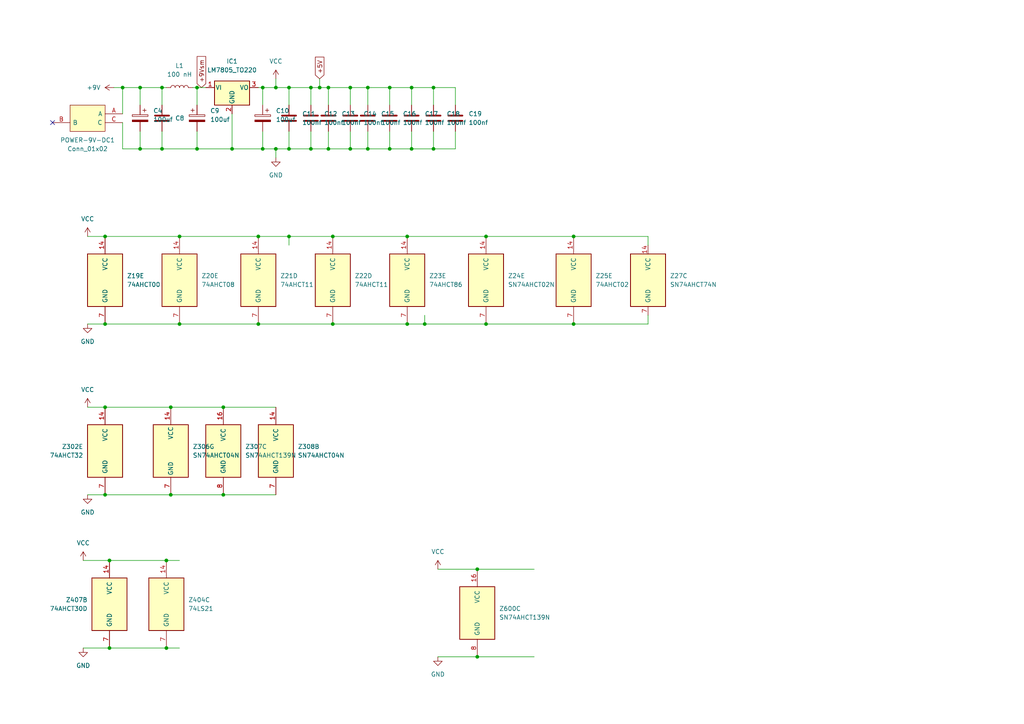
<source format=kicad_sch>
(kicad_sch (version 20211123) (generator eeschema)
  (paper "A4")
  (title_block (title "ACE4NOKB") (date "2019-10-24") (rev "Alpha") (company "Ontobus") (comment 1 "John Bradley") (comment 2 "https://creativecommons.org/licenses/by-nc-sa/4.0/") (comment 3 "Attribution-NonCommercial-ShareAlike 4.0 International License.") (comment 4 "This work is licensed under a Creative Commons "))
  (lib_symbols
    (symbol "74xx-FIX:74LS30" (pin_names (offset 1.016))
      (property "Reference" "U" (at 0 1.27 0))
      (property "Value" "74LS30" (at 0 -1.27 0))
      (symbol "74LS30_1_0"
        (pin no_connect line (at 0 -5.08 0) (length 2.54) hide (name "") (number "10"))
        (pin no_connect line (at -1.27 -6.35 0) (length 2.54) hide (name "") (number "13"))
        (pin no_connect line (at 0 -6.35 0) (length 2.54) hide (name "") (number "9"))
      )
      (symbol "74LS30_1_1"
        (pin input line (at -7.62 7.62 0) (length 3.81) (name "~") (number "1"))
        (pin input line (at -7.62 -7.62 0) (length 3.81) (name "~") (number "11"))
        (pin input line (at -7.62 -10.16 0) (length 3.81) (name "~") (number "12"))
        (pin input line (at -7.62 5.08 0) (length 3.81) (name "~") (number "2"))
        (pin input line (at -7.62 2.54 0) (length 3.81) (name "~") (number "3"))
        (pin input line (at -7.62 0 0) (length 3.81) (name "~") (number "4"))
        (pin input line (at -7.62 -2.54 0) (length 3.81) (name "~") (number "5"))
        (pin input line (at -7.62 -5.08 0) (length 3.81) (name "~") (number "6"))
        (pin output inverted (at 7.62 0 180) (length 3.81) (name "~") (number "8"))
      )
      (symbol "74LS30_1_2"
        (pin input inverted (at -7.62 7.62 0) (length 3.81) (name "~") (number "1"))
        (pin input inverted (at -7.62 -7.62 0) (length 3.81) (name "~") (number "11"))
        (pin input inverted (at -7.62 -10.16 0) (length 3.81) (name "~") (number "12"))
        (pin input inverted (at -7.62 5.08 0) (length 3.81) (name "~") (number "2"))
        (pin input inverted (at -7.62 2.54 0) (length 4.5466) (name "~") (number "3"))
        (pin input inverted (at -7.62 0 0) (length 5.08) (name "~") (number "4"))
        (pin input inverted (at -7.62 -2.54 0) (length 4.5466) (name "~") (number "5"))
        (pin input inverted (at -7.62 -5.08 0) (length 3.81) (name "~") (number "6"))
        (pin output line (at 7.62 0 180) (length 3.81) (name "~") (number "8"))
      )
      (symbol "74LS30_2_0"
        (pin power_in line (at 0 12.7 270) (length 5.08) (name "VCC") (number "14"))
        (pin power_in line (at 0 -12.7 90) (length 5.08) (name "GND") (number "7"))
      )
    )
    (symbol "74xx:74HCT02" (pin_names (offset 1.016))
      (property "Reference" "U" (at 0 1.27 0))
      (property "Value" "74HCT02" (at 0 -1.27 0))
      (symbol "74HCT02_1_1"
        (pin output inverted (at 7.62 0 180) (length 3.81) (name "~") (number "1"))
        (pin input line (at -7.62 2.54 0) (length 4.318) (name "~") (number "2"))
        (pin input line (at -7.62 -2.54 0) (length 4.318) (name "~") (number "3"))
      )
      (symbol "74HCT02_1_2"
        (pin output line (at 7.62 0 180) (length 3.81) (name "~") (number "1"))
        (pin input inverted (at -7.62 2.54 0) (length 3.81) (name "~") (number "2"))
        (pin input inverted (at -7.62 -2.54 0) (length 3.81) (name "~") (number "3"))
      )
      (symbol "74HCT02_2_1"
        (pin output inverted (at 7.62 0 180) (length 3.81) (name "~") (number "4"))
        (pin input line (at -7.62 2.54 0) (length 4.318) (name "~") (number "5"))
        (pin input line (at -7.62 -2.54 0) (length 4.318) (name "~") (number "6"))
      )
      (symbol "74HCT02_2_2"
        (pin output line (at 7.62 0 180) (length 3.81) (name "~") (number "4"))
        (pin input inverted (at -7.62 2.54 0) (length 3.81) (name "~") (number "5"))
        (pin input inverted (at -7.62 -2.54 0) (length 3.81) (name "~") (number "6"))
      )
      (symbol "74HCT02_3_1"
        (pin output inverted (at 7.62 0 180) (length 3.81) (name "~") (number "10"))
        (pin input line (at -7.62 2.54 0) (length 4.318) (name "~") (number "8"))
        (pin input line (at -7.62 -2.54 0) (length 4.318) (name "~") (number "9"))
      )
      (symbol "74HCT02_3_2"
        (pin output line (at 7.62 0 180) (length 3.81) (name "~") (number "10"))
        (pin input inverted (at -7.62 2.54 0) (length 3.81) (name "~") (number "8"))
        (pin input inverted (at -7.62 -2.54 0) (length 3.81) (name "~") (number "9"))
      )
      (symbol "74HCT02_4_1"
        (pin input line (at -7.62 2.54 0) (length 4.318) (name "~") (number "11"))
        (pin input line (at -7.62 -2.54 0) (length 4.318) (name "~") (number "12"))
        (pin output inverted (at 7.62 0 180) (length 3.81) (name "~") (number "13"))
      )
      (symbol "74HCT02_4_2"
        (pin input inverted (at -7.62 2.54 0) (length 3.81) (name "~") (number "11"))
        (pin input inverted (at -7.62 -2.54 0) (length 3.81) (name "~") (number "12"))
        (pin output line (at 7.62 0 180) (length 3.81) (name "~") (number "13"))
      )
      (symbol "74HCT02_5_0"
        (pin power_in line (at 0 12.7 270) (length 5.08) (name "VCC") (number "14"))
        (pin power_in line (at 0 -12.7 90) (length 5.08) (name "GND") (number "7"))
      )
    )
    (symbol "74xx:74LS00" (pin_names (offset 1.016))
      (property "Reference" "U" (at 0 1.27 0))
      (property "Value" "74LS00" (at 0 -1.27 0))
      (symbol "74LS00_1_1"
        (pin input line (at -7.62 2.54 0) (length 3.81) (name "~") (number "1"))
        (pin input line (at -7.62 -2.54 0) (length 3.81) (name "~") (number "2"))
        (pin output inverted (at 7.62 0 180) (length 3.81) (name "~") (number "3"))
      )
      (symbol "74LS00_1_2"
        (pin input inverted (at -7.62 2.54 0) (length 4.318) (name "~") (number "1"))
        (pin input inverted (at -7.62 -2.54 0) (length 4.318) (name "~") (number "2"))
        (pin output line (at 7.62 0 180) (length 3.81) (name "~") (number "3"))
      )
      (symbol "74LS00_2_1"
        (pin input line (at -7.62 2.54 0) (length 3.81) (name "~") (number "4"))
        (pin input line (at -7.62 -2.54 0) (length 3.81) (name "~") (number "5"))
        (pin output inverted (at 7.62 0 180) (length 3.81) (name "~") (number "6"))
      )
      (symbol "74LS00_2_2"
        (pin input inverted (at -7.62 2.54 0) (length 4.318) (name "~") (number "4"))
        (pin input inverted (at -7.62 -2.54 0) (length 4.318) (name "~") (number "5"))
        (pin output line (at 7.62 0 180) (length 3.81) (name "~") (number "6"))
      )
      (symbol "74LS00_3_1"
        (pin input line (at -7.62 -2.54 0) (length 3.81) (name "~") (number "10"))
        (pin output inverted (at 7.62 0 180) (length 3.81) (name "~") (number "8"))
        (pin input line (at -7.62 2.54 0) (length 3.81) (name "~") (number "9"))
      )
      (symbol "74LS00_3_2"
        (pin input inverted (at -7.62 -2.54 0) (length 4.318) (name "~") (number "10"))
        (pin output line (at 7.62 0 180) (length 3.81) (name "~") (number "8"))
        (pin input inverted (at -7.62 2.54 0) (length 4.318) (name "~") (number "9"))
      )
      (symbol "74LS00_4_1"
        (pin output inverted (at 7.62 0 180) (length 3.81) (name "~") (number "11"))
        (pin input line (at -7.62 2.54 0) (length 3.81) (name "~") (number "12"))
        (pin input line (at -7.62 -2.54 0) (length 3.81) (name "~") (number "13"))
      )
      (symbol "74LS00_4_2"
        (pin output line (at 7.62 0 180) (length 3.81) (name "~") (number "11"))
        (pin input inverted (at -7.62 2.54 0) (length 4.318) (name "~") (number "12"))
        (pin input inverted (at -7.62 -2.54 0) (length 4.318) (name "~") (number "13"))
      )
      (symbol "74LS00_5_0"
        (pin power_in line (at 0 12.7 270) (length 5.08) (name "VCC") (number "14"))
        (pin power_in line (at 0 -12.7 90) (length 5.08) (name "GND") (number "7"))
      )
    )
    (symbol "74xx:74LS02" (pin_names (offset 1.016))
      (property "Reference" "U" (at 0 1.27 0))
      (property "Value" "74LS02" (at 0 -1.27 0))
      (symbol "74LS02_1_1"
        (pin output inverted (at 7.62 0 180) (length 3.81) (name "~") (number "1"))
        (pin input line (at -7.62 2.54 0) (length 4.318) (name "~") (number "2"))
        (pin input line (at -7.62 -2.54 0) (length 4.318) (name "~") (number "3"))
      )
      (symbol "74LS02_1_2"
        (pin output line (at 7.62 0 180) (length 3.81) (name "~") (number "1"))
        (pin input inverted (at -7.62 2.54 0) (length 3.81) (name "~") (number "2"))
        (pin input inverted (at -7.62 -2.54 0) (length 3.81) (name "~") (number "3"))
      )
      (symbol "74LS02_2_1"
        (pin output inverted (at 7.62 0 180) (length 3.81) (name "~") (number "4"))
        (pin input line (at -7.62 2.54 0) (length 4.318) (name "~") (number "5"))
        (pin input line (at -7.62 -2.54 0) (length 4.318) (name "~") (number "6"))
      )
      (symbol "74LS02_2_2"
        (pin output line (at 7.62 0 180) (length 3.81) (name "~") (number "4"))
        (pin input inverted (at -7.62 2.54 0) (length 3.81) (name "~") (number "5"))
        (pin input inverted (at -7.62 -2.54 0) (length 3.81) (name "~") (number "6"))
      )
      (symbol "74LS02_3_1"
        (pin output inverted (at 7.62 0 180) (length 3.81) (name "~") (number "10"))
        (pin input line (at -7.62 2.54 0) (length 4.318) (name "~") (number "8"))
        (pin input line (at -7.62 -2.54 0) (length 4.318) (name "~") (number "9"))
      )
      (symbol "74LS02_3_2"
        (pin output line (at 7.62 0 180) (length 3.81) (name "~") (number "10"))
        (pin input inverted (at -7.62 2.54 0) (length 3.81) (name "~") (number "8"))
        (pin input inverted (at -7.62 -2.54 0) (length 3.81) (name "~") (number "9"))
      )
      (symbol "74LS02_4_1"
        (pin input line (at -7.62 2.54 0) (length 4.318) (name "~") (number "11"))
        (pin input line (at -7.62 -2.54 0) (length 4.318) (name "~") (number "12"))
        (pin output inverted (at 7.62 0 180) (length 3.81) (name "~") (number "13"))
      )
      (symbol "74LS02_4_2"
        (pin input inverted (at -7.62 2.54 0) (length 3.81) (name "~") (number "11"))
        (pin input inverted (at -7.62 -2.54 0) (length 3.81) (name "~") (number "12"))
        (pin output line (at 7.62 0 180) (length 3.81) (name "~") (number "13"))
      )
      (symbol "74LS02_5_0"
        (pin power_in line (at 0 12.7 270) (length 5.08) (name "VCC") (number "14"))
        (pin power_in line (at 0 -12.7 90) (length 5.08) (name "GND") (number "7"))
      )
    )
    (symbol "74xx:74LS04"
      (property "Reference" "U" (at 0 1.27 0))
      (property "Value" "74LS04" (at 0 -1.27 0))
      (symbol "74LS04_1_0"
        (pin input line (at -7.62 0 0) (length 3.81) (name "~") (number "1"))
        (pin output inverted (at 7.62 0 180) (length 3.81) (name "~") (number "2"))
      )
      (symbol "74LS04_2_0"
        (pin input line (at -7.62 0 0) (length 3.81) (name "~") (number "3"))
        (pin output inverted (at 7.62 0 180) (length 3.81) (name "~") (number "4"))
      )
      (symbol "74LS04_3_0"
        (pin input line (at -7.62 0 0) (length 3.81) (name "~") (number "5"))
        (pin output inverted (at 7.62 0 180) (length 3.81) (name "~") (number "6"))
      )
      (symbol "74LS04_4_0"
        (pin output inverted (at 7.62 0 180) (length 3.81) (name "~") (number "8"))
        (pin input line (at -7.62 0 0) (length 3.81) (name "~") (number "9"))
      )
      (symbol "74LS04_5_0"
        (pin output inverted (at 7.62 0 180) (length 3.81) (name "~") (number "10"))
        (pin input line (at -7.62 0 0) (length 3.81) (name "~") (number "11"))
      )
      (symbol "74LS04_6_0"
        (pin output inverted (at 7.62 0 180) (length 3.81) (name "~") (number "12"))
        (pin input line (at -7.62 0 0) (length 3.81) (name "~") (number "13"))
      )
      (symbol "74LS04_7_0"
        (pin power_in line (at 0 12.7 270) (length 5.08) (name "VCC") (number "14"))
        (pin power_in line (at 0 -12.7 90) (length 5.08) (name "GND") (number "7"))
      )
    )
    (symbol "74xx:74LS08" (pin_names (offset 1.016))
      (property "Reference" "U" (at 0 1.27 0))
      (property "Value" "74LS08" (at 0 -1.27 0))
      (symbol "74LS08_1_1"
        (pin input line (at -7.62 2.54 0) (length 3.81) (name "~") (number "1"))
        (pin input line (at -7.62 -2.54 0) (length 3.81) (name "~") (number "2"))
        (pin output line (at 7.62 0 180) (length 3.81) (name "~") (number "3"))
      )
      (symbol "74LS08_1_2"
        (pin input inverted (at -7.62 2.54 0) (length 4.318) (name "~") (number "1"))
        (pin input inverted (at -7.62 -2.54 0) (length 4.318) (name "~") (number "2"))
        (pin output inverted (at 7.62 0 180) (length 3.81) (name "~") (number "3"))
      )
      (symbol "74LS08_2_1"
        (pin input line (at -7.62 2.54 0) (length 3.81) (name "~") (number "4"))
        (pin input line (at -7.62 -2.54 0) (length 3.81) (name "~") (number "5"))
        (pin output line (at 7.62 0 180) (length 3.81) (name "~") (number "6"))
      )
      (symbol "74LS08_2_2"
        (pin input inverted (at -7.62 2.54 0) (length 4.318) (name "~") (number "4"))
        (pin input inverted (at -7.62 -2.54 0) (length 4.318) (name "~") (number "5"))
        (pin output inverted (at 7.62 0 180) (length 3.81) (name "~") (number "6"))
      )
      (symbol "74LS08_3_1"
        (pin input line (at -7.62 -2.54 0) (length 3.81) (name "~") (number "10"))
        (pin output line (at 7.62 0 180) (length 3.81) (name "~") (number "8"))
        (pin input line (at -7.62 2.54 0) (length 3.81) (name "~") (number "9"))
      )
      (symbol "74LS08_3_2"
        (pin input inverted (at -7.62 -2.54 0) (length 4.318) (name "~") (number "10"))
        (pin output inverted (at 7.62 0 180) (length 3.81) (name "~") (number "8"))
        (pin input inverted (at -7.62 2.54 0) (length 4.318) (name "~") (number "9"))
      )
      (symbol "74LS08_4_1"
        (pin output line (at 7.62 0 180) (length 3.81) (name "~") (number "11"))
        (pin input line (at -7.62 2.54 0) (length 3.81) (name "~") (number "12"))
        (pin input line (at -7.62 -2.54 0) (length 3.81) (name "~") (number "13"))
      )
      (symbol "74LS08_4_2"
        (pin output inverted (at 7.62 0 180) (length 3.81) (name "~") (number "11"))
        (pin input inverted (at -7.62 2.54 0) (length 4.318) (name "~") (number "12"))
        (pin input inverted (at -7.62 -2.54 0) (length 4.318) (name "~") (number "13"))
      )
      (symbol "74LS08_5_0"
        (pin power_in line (at 0 12.7 270) (length 5.08) (name "VCC") (number "14"))
        (pin power_in line (at 0 -12.7 90) (length 5.08) (name "GND") (number "7"))
      )
    )
    (symbol "74xx:74LS11" (pin_names (offset 1.016))
      (property "Reference" "U" (at 0 1.27 0))
      (property "Value" "74LS11" (at 0 -1.27 0))
      (symbol "74LS11_1_1"
        (pin input line (at -7.62 2.54 0) (length 3.81) (name "~") (number "1"))
        (pin output line (at 7.62 0 180) (length 3.81) (name "~") (number "12"))
        (pin input line (at -7.62 -2.54 0) (length 3.81) (name "~") (number "13"))
        (pin input line (at -7.62 0 0) (length 3.81) (name "~") (number "2"))
      )
      (symbol "74LS11_1_2"
        (pin input inverted (at -7.62 2.54 0) (length 4.318) (name "~") (number "1"))
        (pin output inverted (at 7.62 0 180) (length 3.81) (name "~") (number "12"))
        (pin input inverted (at -7.62 -2.54 0) (length 4.318) (name "~") (number "13"))
        (pin input inverted (at -7.62 0 0) (length 4.953) (name "~") (number "2"))
      )
      (symbol "74LS11_2_1"
        (pin input line (at -7.62 2.54 0) (length 3.81) (name "~") (number "3"))
        (pin input line (at -7.62 0 0) (length 3.81) (name "~") (number "4"))
        (pin input line (at -7.62 -2.54 0) (length 3.81) (name "~") (number "5"))
        (pin output line (at 7.62 0 180) (length 3.81) (name "~") (number "6"))
      )
      (symbol "74LS11_2_2"
        (pin input inverted (at -7.62 2.54 0) (length 4.318) (name "~") (number "3"))
        (pin input inverted (at -7.62 0 0) (length 4.953) (name "~") (number "4"))
        (pin input inverted (at -7.62 -2.54 0) (length 4.318) (name "~") (number "5"))
        (pin output inverted (at 7.62 0 180) (length 3.81) (name "~") (number "6"))
      )
      (symbol "74LS11_3_1"
        (pin input line (at -7.62 0 0) (length 3.81) (name "~") (number "10"))
        (pin input line (at -7.62 -2.54 0) (length 3.81) (name "~") (number "11"))
        (pin output line (at 7.62 0 180) (length 3.81) (name "~") (number "8"))
        (pin input line (at -7.62 2.54 0) (length 3.81) (name "~") (number "9"))
      )
      (symbol "74LS11_3_2"
        (pin input inverted (at -7.62 0 0) (length 4.953) (name "~") (number "10"))
        (pin input inverted (at -7.62 -2.54 0) (length 4.318) (name "~") (number "11"))
        (pin output inverted (at 7.62 0 180) (length 3.81) (name "~") (number "8"))
        (pin input inverted (at -7.62 2.54 0) (length 4.318) (name "~") (number "9"))
      )
      (symbol "74LS11_4_0"
        (pin power_in line (at 0 12.7 270) (length 5.08) (name "VCC") (number "14"))
        (pin power_in line (at 0 -12.7 90) (length 5.08) (name "GND") (number "7"))
      )
    )
    (symbol "74xx:74LS139" (pin_names (offset 1.016))
      (property "Reference" "U" (at -7.62 8.89 0))
      (property "Value" "74LS139" (at -7.62 -8.89 0))
      (symbol "74LS139_1_0"
        (pin input inverted (at -12.7 -5.08 0) (length 5.08) (name "E") (number "1"))
        (pin input line (at -12.7 0 0) (length 5.08) (name "A0") (number "2"))
        (pin input line (at -12.7 2.54 0) (length 5.08) (name "A1") (number "3"))
        (pin output inverted (at 12.7 2.54 180) (length 5.08) (name "O0") (number "4"))
        (pin output inverted (at 12.7 0 180) (length 5.08) (name "O1") (number "5"))
        (pin output inverted (at 12.7 -2.54 180) (length 5.08) (name "O2") (number "6"))
        (pin output inverted (at 12.7 -5.08 180) (length 5.08) (name "O3") (number "7"))
      )
      (symbol "74LS139_2_0"
        (pin output inverted (at 12.7 -2.54 180) (length 5.08) (name "O2") (number "10"))
        (pin output inverted (at 12.7 0 180) (length 5.08) (name "O1") (number "11"))
        (pin output inverted (at 12.7 2.54 180) (length 5.08) (name "O0") (number "12"))
        (pin input line (at -12.7 2.54 0) (length 5.08) (name "A1") (number "13"))
        (pin input line (at -12.7 0 0) (length 5.08) (name "A0") (number "14"))
        (pin input inverted (at -12.7 -5.08 0) (length 5.08) (name "E") (number "15"))
        (pin output inverted (at 12.7 -5.08 180) (length 5.08) (name "O3") (number "9"))
      )
      (symbol "74LS139_3_0"
        (pin power_in line (at 0 12.7 270) (length 5.08) (name "VCC") (number "16"))
        (pin power_in line (at 0 -12.7 90) (length 5.08) (name "GND") (number "8"))
      )
    )
    (symbol "74xx:74LS21" (pin_names (offset 1.016))
      (property "Reference" "U" (at 0 1.27 0))
      (property "Value" "74LS21" (at 0 -1.27 0))
      (symbol "74LS21_1_1"
        (pin input line (at -7.62 3.81 0) (length 3.81) (name "~") (number "1"))
        (pin input line (at -7.62 1.27 0) (length 3.81) (name "~") (number "2"))
        (pin input line (at -7.62 -1.27 0) (length 3.81) (name "~") (number "4"))
        (pin input line (at -7.62 -3.81 0) (length 3.81) (name "~") (number "5"))
        (pin output line (at 7.62 0 180) (length 3.81) (name "~") (number "6"))
      )
      (symbol "74LS21_1_2"
        (pin input inverted (at -7.62 3.81 0) (length 3.81) (name "~") (number "1"))
        (pin input inverted (at -7.62 1.27 0) (length 4.826) (name "~") (number "2"))
        (pin input inverted (at -7.62 -1.27 0) (length 4.826) (name "~") (number "4"))
        (pin input inverted (at -7.62 -3.81 0) (length 3.81) (name "~") (number "5"))
        (pin output inverted (at 7.62 0 180) (length 3.81) (name "~") (number "6"))
      )
      (symbol "74LS21_2_1"
        (pin input line (at -7.62 1.27 0) (length 3.81) (name "~") (number "10"))
        (pin input line (at -7.62 -1.27 0) (length 3.81) (name "~") (number "12"))
        (pin input line (at -7.62 -3.81 0) (length 3.81) (name "~") (number "13"))
        (pin output line (at 7.62 0 180) (length 3.81) (name "~") (number "8"))
        (pin input line (at -7.62 3.81 0) (length 3.81) (name "~") (number "9"))
      )
      (symbol "74LS21_2_2"
        (pin input inverted (at -7.62 1.27 0) (length 4.826) (name "~") (number "10"))
        (pin input inverted (at -7.62 -1.27 0) (length 4.826) (name "~") (number "12"))
        (pin input inverted (at -7.62 -3.81 0) (length 3.81) (name "~") (number "13"))
        (pin output inverted (at 7.62 0 180) (length 3.81) (name "~") (number "8"))
        (pin input inverted (at -7.62 3.81 0) (length 3.81) (name "~") (number "9"))
      )
      (symbol "74LS21_3_0"
        (pin power_in line (at 0 12.7 270) (length 5.08) (name "VCC") (number "14"))
        (pin power_in line (at 0 -12.7 90) (length 5.08) (name "GND") (number "7"))
      )
    )
    (symbol "74xx:74LS32" (pin_names (offset 1.016))
      (property "Reference" "U" (at 0 1.27 0))
      (property "Value" "74LS32" (at 0 -1.27 0))
      (symbol "74LS32_1_1"
        (pin input line (at -7.62 2.54 0) (length 4.318) (name "~") (number "1"))
        (pin input line (at -7.62 -2.54 0) (length 4.318) (name "~") (number "2"))
        (pin output line (at 7.62 0 180) (length 3.81) (name "~") (number "3"))
      )
      (symbol "74LS32_1_2"
        (pin input inverted (at -7.62 2.54 0) (length 3.81) (name "~") (number "1"))
        (pin input inverted (at -7.62 -2.54 0) (length 3.81) (name "~") (number "2"))
        (pin output inverted (at 7.62 0 180) (length 3.81) (name "~") (number "3"))
      )
      (symbol "74LS32_2_1"
        (pin input line (at -7.62 2.54 0) (length 4.318) (name "~") (number "4"))
        (pin input line (at -7.62 -2.54 0) (length 4.318) (name "~") (number "5"))
        (pin output line (at 7.62 0 180) (length 3.81) (name "~") (number "6"))
      )
      (symbol "74LS32_2_2"
        (pin input inverted (at -7.62 2.54 0) (length 3.81) (name "~") (number "4"))
        (pin input inverted (at -7.62 -2.54 0) (length 3.81) (name "~") (number "5"))
        (pin output inverted (at 7.62 0 180) (length 3.81) (name "~") (number "6"))
      )
      (symbol "74LS32_3_1"
        (pin input line (at -7.62 -2.54 0) (length 4.318) (name "~") (number "10"))
        (pin output line (at 7.62 0 180) (length 3.81) (name "~") (number "8"))
        (pin input line (at -7.62 2.54 0) (length 4.318) (name "~") (number "9"))
      )
      (symbol "74LS32_3_2"
        (pin input inverted (at -7.62 -2.54 0) (length 3.81) (name "~") (number "10"))
        (pin output inverted (at 7.62 0 180) (length 3.81) (name "~") (number "8"))
        (pin input inverted (at -7.62 2.54 0) (length 3.81) (name "~") (number "9"))
      )
      (symbol "74LS32_4_1"
        (pin output line (at 7.62 0 180) (length 3.81) (name "~") (number "11"))
        (pin input line (at -7.62 2.54 0) (length 4.318) (name "~") (number "12"))
        (pin input line (at -7.62 -2.54 0) (length 4.318) (name "~") (number "13"))
      )
      (symbol "74LS32_4_2"
        (pin output inverted (at 7.62 0 180) (length 3.81) (name "~") (number "11"))
        (pin input inverted (at -7.62 2.54 0) (length 3.81) (name "~") (number "12"))
        (pin input inverted (at -7.62 -2.54 0) (length 3.81) (name "~") (number "13"))
      )
      (symbol "74LS32_5_0"
        (pin power_in line (at 0 12.7 270) (length 5.08) (name "VCC") (number "14"))
        (pin power_in line (at 0 -12.7 90) (length 5.08) (name "GND") (number "7"))
      )
    )
    (symbol "74xx:74LS74" (pin_names (offset 1.016))
      (property "Reference" "U" (at -7.62 8.89 0))
      (property "Value" "74LS74" (at -7.62 -8.89 0))
      (symbol "74LS74_1_0"
        (pin input line (at 0 -7.62 90) (length 2.54) (name "~{R}") (number "1"))
        (pin input line (at -7.62 2.54 0) (length 2.54) (name "D") (number "2"))
        (pin input clock (at -7.62 0 0) (length 2.54) (name "C") (number "3"))
        (pin input line (at 0 7.62 270) (length 2.54) (name "~{S}") (number "4"))
        (pin output line (at 7.62 2.54 180) (length 2.54) (name "Q") (number "5"))
        (pin output line (at 7.62 -2.54 180) (length 2.54) (name "~{Q}") (number "6"))
      )
      (symbol "74LS74_2_0"
        (pin input line (at 0 7.62 270) (length 2.54) (name "~{S}") (number "10"))
        (pin input clock (at -7.62 0 0) (length 2.54) (name "C") (number "11"))
        (pin input line (at -7.62 2.54 0) (length 2.54) (name "D") (number "12"))
        (pin input line (at 0 -7.62 90) (length 2.54) (name "~{R}") (number "13"))
        (pin output line (at 7.62 -2.54 180) (length 2.54) (name "~{Q}") (number "8"))
        (pin output line (at 7.62 2.54 180) (length 2.54) (name "Q") (number "9"))
      )
      (symbol "74LS74_3_0"
        (pin power_in line (at 0 10.16 270) (length 2.54) (name "VCC") (number "14"))
        (pin power_in line (at 0 -10.16 90) (length 2.54) (name "GND") (number "7"))
      )
    )
    (symbol "74xx:74LS86" (pin_names (offset 1.016))
      (property "Reference" "U" (at 0 1.27 0))
      (property "Value" "74LS86" (at 0 -1.27 0))
      (symbol "74LS86_1_0"
        (pin input line (at -7.62 2.54 0) (length 4.445) (name "~") (number "1"))
        (pin input line (at -7.62 -2.54 0) (length 4.445) (name "~") (number "2"))
        (pin output line (at 7.62 0 180) (length 3.81) (name "~") (number "3"))
      )
      (symbol "74LS86_2_0"
        (pin input line (at -7.62 2.54 0) (length 4.445) (name "~") (number "4"))
        (pin input line (at -7.62 -2.54 0) (length 4.445) (name "~") (number "5"))
        (pin output line (at 7.62 0 180) (length 3.81) (name "~") (number "6"))
      )
      (symbol "74LS86_3_0"
        (pin input line (at -7.62 -2.54 0) (length 4.445) (name "~") (number "10"))
        (pin output line (at 7.62 0 180) (length 3.81) (name "~") (number "8"))
        (pin input line (at -7.62 2.54 0) (length 4.445) (name "~") (number "9"))
      )
      (symbol "74LS86_4_0"
        (pin output line (at 7.62 0 180) (length 3.81) (name "~") (number "11"))
        (pin input line (at -7.62 2.54 0) (length 4.445) (name "~") (number "12"))
        (pin input line (at -7.62 -2.54 0) (length 4.445) (name "~") (number "13"))
      )
      (symbol "74LS86_5_0"
        (pin power_in line (at 0 12.7 270) (length 5.08) (name "VCC") (number "14"))
        (pin power_in line (at 0 -12.7 90) (length 5.08) (name "GND") (number "7"))
      )
    )
    (symbol "Device:C" (pin_numbers hide) (pin_names (offset 0.254))
      (property "Reference" "C" (at 0.635 2.54 0))
      (property "Value" "C" (at 0.635 -2.54 0))
      (symbol "C_1_1"
        (pin passive line (at 0 3.81 270) (length 2.794) (name "~") (number "1"))
        (pin passive line (at 0 -3.81 90) (length 2.794) (name "~") (number "2"))
      )
    )
    (symbol "Device:C_Polarized" (pin_numbers hide) (pin_names (offset 0.254))
      (property "Reference" "C" (at 0.635 2.54 0))
      (property "Value" "C_Polarized" (at 0.635 -2.54 0))
      (symbol "C_Polarized_1_1"
        (pin passive line (at 0 3.81 270) (length 2.794) (name "~") (number "1"))
        (pin passive line (at 0 -3.81 90) (length 2.794) (name "~") (number "2"))
      )
    )
    (symbol "ExtraSymbols:163-179PH-EX" (pin_names (offset 0.762))
      (property "Reference" "J" (at 16.51 7.62 0))
      (property "Value" "163-179PH-EX" (at 16.51 5.08 0))
      (symbol "163-179PH-EX_0_0"
        (pin power_out line (at 20.32 -2.54 180) (length 5.08) (name "A") (number "A"))
        (pin power_out line (at 0 0 0) (length 5.08) (name "B") (number "B"))
        (pin power_out line (at 20.32 0 180) (length 5.08) (name "C") (number "C"))
      )
    )
    (symbol "ExtraSymbols:L(PSU)" (pin_numbers hide) (pin_names (offset 1.016) hide)
      (property "Reference" "L" (at -1.27 0 90))
      (property "Value" "L(PSU)" (at 1.905 0 90))
      (symbol "L(PSU)_1_1"
        (pin power_in line (at 0 3.81 270) (length 1.27) (name "1") (number "1"))
        (pin power_out line (at 0 -3.81 90) (length 1.27) (name "2") (number "2"))
      )
    )
    (symbol "Regulator_Linear:LM7805_TO220" (pin_names (offset 0.254))
      (property "Reference" "U" (at -3.81 3.175 0))
      (property "Value" "LM7805_TO220" (at 0 3.175 0))
      (symbol "LM7805_TO220_1_1"
        (pin power_in line (at -7.62 0 0) (length 2.54) (name "VI") (number "1"))
        (pin power_in line (at 0 -7.62 90) (length 2.54) (name "GND") (number "2"))
        (pin power_out line (at 7.62 0 180) (length 2.54) (name "VO") (number "3"))
      )
    )
    (symbol "power:+9V" (power) (pin_names (offset 0))
      (property "Value" "+9V" (at 0 3.556 0))
      (symbol "+9V_1_1"
        (pin power_in line (at 0 0 90) (length 0) hide (name "+9V") (number "1"))
      )
    )
    (symbol "power:GND" (power) (pin_names (offset 0))
      (property "Value" "GND" (at 0 -3.81 0))
      (symbol "GND_1_1"
        (pin power_in line (at 0 0 270) (length 0) hide (name "GND") (number "1"))
      )
    )
    (symbol "power:VCC" (power) (pin_names (offset 0))
      (property "Value" "VCC" (at 0 3.81 0))
      (symbol "VCC_1_1"
        (pin power_in line (at 0 0 90) (length 0) hide (name "VCC") (number "1"))
      )
    )
  )
  (junction (at 31.75 187.96))
  (junction (at 83.82 43.18))
  (junction (at 106.68 43.18))
  (junction (at 101.6 43.18))
  (junction (at 95.25 43.18))
  (junction (at 140.97 93.98))
  (junction (at 67.31 43.18))
  (junction (at 119.38 43.18))
  (junction (at 80.01 43.18))
  (junction (at 35.56 25.4))
  (junction (at 138.43 165.1))
  (junction (at 46.99 43.18))
  (junction (at 106.68 25.4))
  (junction (at 118.11 93.98))
  (junction (at 40.64 43.18))
  (junction (at 92.71 25.4))
  (junction (at 90.17 43.18))
  (junction (at 46.99 25.4))
  (junction (at 80.01 25.4))
  (junction (at 57.15 43.18))
  (junction (at 64.77 118.11))
  (junction (at 30.48 118.11))
  (junction (at 101.6 25.4))
  (junction (at 31.75 162.56))
  (junction (at 113.03 43.18))
  (junction (at 140.97 68.58))
  (junction (at 30.48 143.51))
  (junction (at 49.53 143.51))
  (junction (at 30.48 68.58))
  (junction (at 138.43 190.5))
  (junction (at 119.38 25.4))
  (junction (at 166.37 68.58))
  (junction (at 76.2 25.4))
  (junction (at 57.15 25.4))
  (junction (at 113.03 25.4))
  (junction (at 96.52 68.58))
  (junction (at 83.82 25.4))
  (junction (at 83.82 68.58))
  (junction (at 52.07 93.98))
  (junction (at 49.53 118.11))
  (junction (at 95.25 25.4))
  (junction (at 90.17 25.4))
  (junction (at 123.19 93.98))
  (junction (at 118.11 68.58))
  (junction (at 30.48 93.98))
  (junction (at 125.73 25.4))
  (junction (at 96.52 93.98))
  (junction (at 40.64 25.4))
  (junction (at 74.93 93.98))
  (junction (at 64.77 143.51))
  (junction (at 48.26 162.56))
  (junction (at 166.37 93.98))
  (junction (at 48.26 187.96))
  (junction (at 52.07 68.58))
  (junction (at 74.93 68.58))
  (junction (at 125.73 43.18))
  (junction (at 76.2 43.18))
  (no_connect (at 15.24 35.56))
  (wire (pts (xy 57.15 43.18) (xy 67.31 43.18)))
  (wire (pts (xy 123.19 91.44) (xy 123.19 93.98)))
  (wire (pts (xy 113.03 25.4) (xy 119.38 25.4)))
  (wire (pts (xy 96.52 93.98) (xy 118.11 93.98)))
  (wire (pts (xy 35.56 35.56) (xy 35.56 43.18)))
  (wire (pts (xy 48.26 25.4) (xy 46.99 25.4)))
  (wire (pts (xy 166.37 93.98) (xy 187.96 93.98)))
  (wire (pts (xy 113.03 43.18) (xy 119.38 43.18)))
  (wire (pts (xy 140.97 93.98) (xy 166.37 93.98)))
  (wire (pts (xy 35.56 43.18) (xy 40.64 43.18)))
  (wire (pts (xy 90.17 25.4) (xy 90.17 30.48)))
  (wire (pts (xy 166.37 68.58) (xy 187.96 68.58)))
  (wire (pts (xy 52.07 68.58) (xy 74.93 68.58)))
  (wire (pts (xy 57.15 30.48) (xy 57.15 25.4)))
  (wire (pts (xy 83.82 43.18) (xy 90.17 43.18)))
  (wire (pts (xy 95.25 38.1) (xy 95.25 43.18)))
  (wire (pts (xy 125.73 43.18) (xy 132.08 43.18)))
  (wire (pts (xy 31.75 187.96) (xy 48.26 187.96)))
  (wire (pts (xy 25.4 68.58) (xy 30.48 68.58)))
  (wire (pts (xy 80.01 43.18) (xy 83.82 43.18)))
  (wire (pts (xy 67.31 43.18) (xy 76.2 43.18)))
  (wire (pts (xy 30.48 68.58) (xy 52.07 68.58)))
  (wire (pts (xy 187.96 68.58) (xy 187.96 71.12)))
  (wire (pts (xy 187.96 91.44) (xy 187.96 93.98)))
  (wire (pts (xy 57.15 38.1) (xy 57.15 43.18)))
  (wire (pts (xy 46.99 38.1) (xy 46.99 43.18)))
  (wire (pts (xy 48.26 162.56) (xy 31.75 162.56)))
  (wire (pts (xy 118.11 68.58) (xy 140.97 68.58)))
  (wire (pts (xy 101.6 38.1) (xy 101.6 43.18)))
  (wire (pts (xy 127 190.5) (xy 138.43 190.5)))
  (wire (pts (xy 90.17 38.1) (xy 90.17 43.18)))
  (wire (pts (xy 46.99 43.18) (xy 40.64 43.18)))
  (wire (pts (xy 52.07 93.98) (xy 74.93 93.98)))
  (wire (pts (xy 52.07 162.56) (xy 48.26 162.56)))
  (wire (pts (xy 49.53 143.51) (xy 64.77 143.51)))
  (wire (pts (xy 92.71 22.86) (xy 92.71 25.4)))
  (wire (pts (xy 74.93 93.98) (xy 96.52 93.98)))
  (wire (pts (xy 80.01 25.4) (xy 83.82 25.4)))
  (wire (pts (xy 48.26 187.96) (xy 52.07 187.96)))
  (wire (pts (xy 31.75 162.56) (xy 24.13 162.56)))
  (wire (pts (xy 83.82 25.4) (xy 83.82 30.48)))
  (wire (pts (xy 90.17 25.4) (xy 92.71 25.4)))
  (wire (pts (xy 106.68 43.18) (xy 113.03 43.18)))
  (wire (pts (xy 24.13 187.96) (xy 31.75 187.96)))
  (wire (pts (xy 132.08 25.4) (xy 132.08 30.48)))
  (wire (pts (xy 46.99 25.4) (xy 46.99 30.48)))
  (wire (pts (xy 83.82 38.1) (xy 83.82 43.18)))
  (wire (pts (xy 25.4 118.11) (xy 30.48 118.11)))
  (wire (pts (xy 96.52 68.58) (xy 118.11 68.58)))
  (wire (pts (xy 106.68 25.4) (xy 106.68 30.48)))
  (wire (pts (xy 30.48 118.11) (xy 49.53 118.11)))
  (wire (pts (xy 33.02 25.4) (xy 35.56 25.4)))
  (wire (pts (xy 57.15 25.4) (xy 59.69 25.4)))
  (wire (pts (xy 95.25 43.18) (xy 101.6 43.18)))
  (wire (pts (xy 67.31 33.02) (xy 67.31 43.18)))
  (wire (pts (xy 95.25 25.4) (xy 101.6 25.4)))
  (wire (pts (xy 119.38 43.18) (xy 125.73 43.18)))
  (wire (pts (xy 125.73 25.4) (xy 132.08 25.4)))
  (wire (pts (xy 113.03 25.4) (xy 113.03 30.48)))
  (wire (pts (xy 80.01 45.72) (xy 80.01 43.18)))
  (wire (pts (xy 127 165.1) (xy 138.43 165.1)))
  (wire (pts (xy 90.17 43.18) (xy 95.25 43.18)))
  (wire (pts (xy 101.6 43.18) (xy 106.68 43.18)))
  (wire (pts (xy 25.4 93.98) (xy 30.48 93.98)))
  (wire (pts (xy 101.6 25.4) (xy 106.68 25.4)))
  (wire (pts (xy 35.56 33.02) (xy 35.56 25.4)))
  (wire (pts (xy 83.82 25.4) (xy 90.17 25.4)))
  (wire (pts (xy 74.93 68.58) (xy 83.82 68.58)))
  (wire (pts (xy 132.08 38.1) (xy 132.08 43.18)))
  (wire (pts (xy 95.25 25.4) (xy 95.25 30.48)))
  (wire (pts (xy 40.64 30.48) (xy 40.64 25.4)))
  (wire (pts (xy 76.2 38.1) (xy 76.2 43.18)))
  (wire (pts (xy 119.38 25.4) (xy 125.73 25.4)))
  (wire (pts (xy 76.2 43.18) (xy 80.01 43.18)))
  (wire (pts (xy 140.97 68.58) (xy 166.37 68.58)))
  (wire (pts (xy 119.38 25.4) (xy 119.38 30.48)))
  (wire (pts (xy 113.03 38.1) (xy 113.03 43.18)))
  (wire (pts (xy 80.01 22.86) (xy 80.01 25.4)))
  (wire (pts (xy 30.48 143.51) (xy 49.53 143.51)))
  (wire (pts (xy 125.73 38.1) (xy 125.73 43.18)))
  (wire (pts (xy 83.82 68.58) (xy 96.52 68.58)))
  (wire (pts (xy 46.99 43.18) (xy 57.15 43.18)))
  (wire (pts (xy 106.68 38.1) (xy 106.68 43.18)))
  (wire (pts (xy 138.43 165.1) (xy 154.94 165.1)))
  (wire (pts (xy 118.11 93.98) (xy 123.19 93.98)))
  (wire (pts (xy 83.82 71.12) (xy 83.82 68.58)))
  (wire (pts (xy 55.88 25.4) (xy 57.15 25.4)))
  (wire (pts (xy 125.73 25.4) (xy 125.73 30.48)))
  (wire (pts (xy 30.48 93.98) (xy 52.07 93.98)))
  (wire (pts (xy 76.2 30.48) (xy 76.2 25.4)))
  (wire (pts (xy 40.64 38.1) (xy 40.64 43.18)))
  (wire (pts (xy 49.53 118.11) (xy 64.77 118.11)))
  (wire (pts (xy 64.77 143.51) (xy 80.01 143.51)))
  (wire (pts (xy 123.19 93.98) (xy 140.97 93.98)))
  (wire (pts (xy 25.4 143.51) (xy 30.48 143.51)))
  (wire (pts (xy 74.93 25.4) (xy 76.2 25.4)))
  (wire (pts (xy 101.6 25.4) (xy 101.6 30.48)))
  (wire (pts (xy 64.77 118.11) (xy 80.01 118.11)))
  (wire (pts (xy 138.43 190.5) (xy 154.94 190.5)))
  (wire (pts (xy 92.71 25.4) (xy 95.25 25.4)))
  (wire (pts (xy 76.2 25.4) (xy 80.01 25.4)))
  (wire (pts (xy 40.64 25.4) (xy 46.99 25.4)))
  (wire (pts (xy 106.68 25.4) (xy 113.03 25.4)))
  (wire (pts (xy 35.56 25.4) (xy 40.64 25.4)))
  (wire (pts (xy 119.38 38.1) (xy 119.38 43.18)))
  (global_label "+5V" (shape input) (at 92.71 22.86 90) (property "Intersheet References" "${INTERSHEET_REFS}" (at 92.6306 16.6653 90) (effects (justify left))))
  (global_label "+9Vsm" (shape input) (at 58.42 25.4 90) (property "Intersheet References" "${INTERSHEET_REFS}" (at 58.3406 16.4839 90) (effects (justify left))))
  (symbol (lib_id "Device:C") (at 95.25 34.29 0) (unit 1)
    (property "Reference" "C13" (at 99.06 33.0199 0) (effects (justify left)))
    (property "Value" "100nf" (at 99.06 35.5599 0) (effects (justify left)))
    (property "Footprint" "Capacitor_THT:C_Disc_D3.0mm_W1.6mm_P2.50mm" (effects hide))
    (property "Description" "Vishay 100nF Multilayer Ceramic Capacitor MLCC 50V dc +~-10% X7R Dielectric Radial, Max. Temp. +125C" (effects hide))
    (property "Height" "3" (effects hide))
    (property "RS Part Number" "8523267" (effects hide))
    (property "RS Price/Stock" "http:/uk.rs-online.com/web/p/products/8523267" (effects hide))
    (property "Manufacturer_Name" "Vishay" (effects hide))
    (property "Manufacturer_Part_Number" "K104K10X7RF53H5" (effects hide))
    (property "Allied_Number" "70122995" (effects hide))
  )
  (symbol (lib_id "Device:C") (at 101.6 34.29 0) (unit 1)
    (property "Reference" "C14" (at 105.41 33.0199 0) (effects (justify left)))
    (property "Value" "100nf" (at 105.41 35.5599 0) (effects (justify left)))
    (property "Footprint" "Capacitor_THT:C_Disc_D3.0mm_W1.6mm_P2.50mm" (effects hide))
    (property "Description" "Vishay 100nF Multilayer Ceramic Capacitor MLCC 50V dc +~-10% X7R Dielectric Radial, Max. Temp. +125C" (effects hide))
    (property "Height" "3" (effects hide))
    (property "RS Part Number" "8523267" (effects hide))
    (property "RS Price/Stock" "http:/uk.rs-online.com/web/p/products/8523267" (effects hide))
    (property "Manufacturer_Name" "Vishay" (effects hide))
    (property "Manufacturer_Part_Number" "K104K10X7RF53H5" (effects hide))
    (property "Allied_Number" "70122995" (effects hide))
  )
  (symbol (lib_id "Device:C") (at 106.68 34.29 0) (unit 1)
    (property "Reference" "C15" (at 110.49 33.0199 0) (effects (justify left)))
    (property "Value" "100nf" (at 110.49 35.5599 0) (effects (justify left)))
    (property "Footprint" "Capacitor_THT:C_Disc_D3.0mm_W1.6mm_P2.50mm" (effects hide))
    (property "Description" "Vishay 100nF Multilayer Ceramic Capacitor MLCC 50V dc +~-10% X7R Dielectric Radial, Max. Temp. +125C" (effects hide))
    (property "Height" "3" (effects hide))
    (property "RS Part Number" "8523267" (effects hide))
    (property "RS Price/Stock" "http:/uk.rs-online.com/web/p/products/8523267" (effects hide))
    (property "Manufacturer_Name" "Vishay" (effects hide))
    (property "Manufacturer_Part_Number" "K104K10X7RF53H5" (effects hide))
    (property "Allied_Number" "70122995" (effects hide))
  )
  (symbol (lib_id "Device:C") (at 113.03 34.29 0) (unit 1)
    (property "Reference" "C16" (at 116.84 33.0199 0) (effects (justify left)))
    (property "Value" "100nf" (at 116.84 35.5599 0) (effects (justify left)))
    (property "Footprint" "Capacitor_THT:C_Disc_D3.0mm_W1.6mm_P2.50mm" (effects hide))
    (property "Description" "Vishay 100nF Multilayer Ceramic Capacitor MLCC 50V dc +~-10% X7R Dielectric Radial, Max. Temp. +125C" (effects hide))
    (property "Height" "3" (effects hide))
    (property "RS Part Number" "8523267" (effects hide))
    (property "RS Price/Stock" "http:/uk.rs-online.com/web/p/products/8523267" (effects hide))
    (property "Manufacturer_Name" "Vishay" (effects hide))
    (property "Manufacturer_Part_Number" "K104K10X7RF53H5" (effects hide))
    (property "Allied_Number" "70122995" (effects hide))
  )
  (symbol (lib_id "Device:C") (at 119.38 34.29 0) (unit 1)
    (property "Reference" "C17" (at 123.19 33.0199 0) (effects (justify left)))
    (property "Value" "100nf" (at 123.19 35.5599 0) (effects (justify left)))
    (property "Footprint" "Capacitor_THT:C_Disc_D3.0mm_W1.6mm_P2.50mm" (effects hide))
    (property "Description" "Vishay 100nF Multilayer Ceramic Capacitor MLCC 50V dc +~-10% X7R Dielectric Radial, Max. Temp. +125C" (effects hide))
    (property "Height" "3" (effects hide))
    (property "RS Part Number" "8523267" (effects hide))
    (property "RS Price/Stock" "http:/uk.rs-online.com/web/p/products/8523267" (effects hide))
    (property "Manufacturer_Name" "Vishay" (effects hide))
    (property "Manufacturer_Part_Number" "K104K10X7RF53H5" (effects hide))
    (property "Allied_Number" "70122995" (effects hide))
  )
  (symbol (lib_id "Device:C") (at 125.73 34.29 0) (unit 1)
    (property "Reference" "C18" (at 129.54 33.0199 0) (effects (justify left)))
    (property "Value" "100nf" (at 129.54 35.5599 0) (effects (justify left)))
    (property "Footprint" "Capacitor_THT:C_Disc_D3.0mm_W1.6mm_P2.50mm" (effects hide))
    (property "Description" "Vishay 100nF Multilayer Ceramic Capacitor MLCC 50V dc +~-10% X7R Dielectric Radial, Max. Temp. +125C" (effects hide))
    (property "Height" "3" (effects hide))
    (property "RS Part Number" "8523267" (effects hide))
    (property "RS Price/Stock" "http:/uk.rs-online.com/web/p/products/8523267" (effects hide))
    (property "Manufacturer_Name" "Vishay" (effects hide))
    (property "Manufacturer_Part_Number" "K104K10X7RF53H5" (effects hide))
    (property "Allied_Number" "70122995" (effects hide))
  )
  (symbol (lib_id "Device:C") (at 90.17 34.29 0) (unit 1)
    (property "Reference" "C12" (at 93.98 33.0199 0) (effects (justify left)))
    (property "Value" "100nf" (at 93.98 35.5599 0) (effects (justify left)))
    (property "Footprint" "Capacitor_THT:C_Disc_D3.0mm_W1.6mm_P2.50mm" (effects hide))
    (property "Description" "Vishay 100nF Multilayer Ceramic Capacitor MLCC 50V dc +~-10% X7R Dielectric Radial, Max. Temp. +125C" (effects hide))
    (property "Height" "3" (effects hide))
    (property "RS Part Number" "8523267" (effects hide))
    (property "RS Price/Stock" "http:/uk.rs-online.com/web/p/products/8523267" (effects hide))
    (property "Manufacturer_Name" "Vishay" (effects hide))
    (property "Manufacturer_Part_Number" "K104K10X7RF53H5" (effects hide))
    (property "Allied_Number" "70122995" (effects hide))
  )
  (symbol (lib_id "Device:C") (at 46.99 34.29 0) (unit 1)
    (property "Reference" "C8" (at 50.8 34.2899 0) (effects (justify left)))
    (property "Value" "100nf" (effects hide))
    (property "Footprint" "Capacitor_THT:C_Disc_D3.0mm_W1.6mm_P2.50mm" (effects hide))
    (property "Description" "Vishay 100nF Multilayer Ceramic Capacitor MLCC 50V dc +~-10% X7R Dielectric Radial, Max. Temp. +125C" (effects hide))
    (property "Height" "3" (effects hide))
    (property "RS Part Number" "8523267" (effects hide))
    (property "RS Price/Stock" "http:/uk.rs-online.com/web/p/products/8523267" (effects hide))
    (property "Manufacturer_Name" "Vishay" (effects hide))
    (property "Manufacturer_Part_Number" "K104K10X7RF53H5" (effects hide))
    (property "Allied_Number" "70122995" (effects hide))
  )
  (symbol (lib_id "ExtraSymbols:L(PSU)") (at 52.07 25.4 90) (unit 1)
    (property "Reference" "L1" (at 52.07 19.05 90))
    (property "Value" "100 nH" (at 52.07 21.59 90))
    (property "Footprint" "ExtraFootprints:KEMET_SBT_0260T" (effects hide))
  )
  (symbol (lib_id "Device:C_Polarized") (at 40.64 34.29 0) (mirror y) (unit 1)
    (property "Reference" "C4" (at 44.45 32.1309 0) (effects (justify right)))
    (property "Value" "100uf" (at 44.45 34.6709 0) (effects (justify right)))
    (property "Footprint" "Capacitor_THT:CP_Radial_D5.0mm_P2.00mm" (effects hide))
  )
  (symbol (lib_id "Device:C_Polarized") (at 76.2 34.29 0) (mirror y) (unit 1)
    (property "Reference" "C10" (at 80.01 32.1309 0) (effects (justify right)))
    (property "Value" "100uf" (at 80.01 34.6709 0) (effects (justify right)))
    (property "Footprint" "Capacitor_THT:CP_Radial_D5.0mm_P2.00mm" (effects hide))
  )
  (symbol (lib_id "74xx:74LS139") (at 64.77 130.81 0) (mirror y) (unit 3)
    (property "Reference" "Z307" (at 71.12 129.5399 0) (effects (justify right)))
    (property "Value" "SN74AHCT139N" (at 71.12 132.0799 0) (effects (justify right)))
    (property "Footprint" "Package_DIP:DIP-16_W7.62mm_Socket" (effects hide))
    (property "Datasheet" "http://www.ti.com/lit/ds/symlink/sn74ls139a.pdf" (effects hide))
  )
  (symbol (lib_id "Device:C_Polarized") (at 57.15 34.29 0) (unit 1)
    (property "Reference" "C9" (at 60.96 32.1309 0) (effects (justify left)))
    (property "Value" "100uf" (at 60.96 34.6709 0) (effects (justify left)))
    (property "Footprint" "Capacitor_THT:CP_Radial_D4.0mm_P1.50mm" (effects hide))
    (property "Description" "Vishay 100nF Multilayer Ceramic Capacitor MLCC 50V dc +~-10% X7R Dielectric Radial, Max. Temp. +125C" (effects hide))
    (property "Height" "3" (effects hide))
    (property "RS Part Number" "8523267" (effects hide))
    (property "RS Price/Stock" "http:/uk.rs-online.com/web/p/products/8523267" (effects hide))
    (property "Manufacturer_Name" "Vishay" (effects hide))
    (property "Manufacturer_Part_Number" "K104K10X7RF53H5" (effects hide))
    (property "Allied_Number" "70122995" (effects hide))
  )
  (symbol (lib_id "Device:C") (at 83.82 34.29 0) (unit 1)
    (property "Reference" "C11" (at 87.63 33.0199 0) (effects (justify left)))
    (property "Value" "100nf" (at 87.63 35.5599 0) (effects (justify left)))
    (property "Footprint" "Capacitor_THT:C_Disc_D3.0mm_W1.6mm_P2.50mm" (effects hide))
    (property "Description" "Vishay 100nF Multilayer Ceramic Capacitor MLCC 50V dc +~-10% X7R Dielectric Radial, Max. Temp. +125C" (effects hide))
    (property "Height" "3" (effects hide))
    (property "RS Part Number" "8523267" (effects hide))
    (property "RS Price/Stock" "http:/uk.rs-online.com/web/p/products/8523267" (effects hide))
    (property "Manufacturer_Name" "Vishay" (effects hide))
    (property "Manufacturer_Part_Number" "K104K10X7RF53H5" (effects hide))
    (property "Allied_Number" "70122995" (effects hide))
  )
  (symbol (lib_id "power:VCC") (at 25.4 118.11 0) (unit 1)
    (property "Reference" "#0146" (effects hide))
    (property "Value" "VCC" (at 25.4 113.03 0))
  )
  (symbol (lib_id "power:GND") (at 25.4 143.51 0) (unit 1)
    (property "Reference" "#0147" (effects hide))
    (property "Value" "GND" (at 25.4 148.59 0))
  )
  (symbol (lib_id "power:VCC") (at 80.01 22.86 0) (unit 1)
    (property "Reference" "#0141" (effects hide))
    (property "Value" "VCC" (at 80.01 17.78 0))
  )
  (symbol (lib_id "74xx:74LS32") (at 30.48 130.81 0) (mirror y) (unit 5)
    (property "Reference" "Z302" (at 24.13 129.5399 0) (effects (justify left)))
    (property "Value" "74AHCT32" (at 24.13 132.0799 0) (effects (justify left)))
    (property "Footprint" "Package_DIP:DIP-14_W7.62mm_Socket" (effects hide))
    (property "Datasheet" "http://www.ti.com/lit/gpn/sn74LS32" (effects hide))
  )
  (symbol (lib_id "74xx:74LS00") (at 30.48 81.28 0) (unit 5)
    (property "Reference" "Z19" (at 36.83 80.0099 0) (effects (justify left)))
    (property "Value" "74AHCT00" (at 36.83 82.5499 0) (effects (justify left)))
    (property "Footprint" "Package_DIP:DIP-14_W7.62mm_Socket" (effects hide))
    (property "Datasheet" "http://www.ti.com/lit/gpn/sn74ls00" (effects hide))
    (property "Manufacturer_Part_Number" "SN74AHCT00N" (effects hide))
    (property "Manufacturer_Name" "Texas Instruments" (effects hide))
  )
  (symbol (lib_id "74xx:74HCT02") (at 166.37 81.28 0) (unit 5)
    (property "Reference" "Z25" (at 172.72 80.0099 0) (effects (justify left)))
    (property "Value" "74AHCT02" (at 172.72 82.5499 0) (effects (justify left)))
    (property "Footprint" "Package_DIP:DIP-14_W7.62mm_Socket" (effects hide))
    (property "Datasheet" "http://www.ti.com/lit/gpn/sn74hct02" (effects hide))
  )
  (symbol (lib_id "power:VCC") (at 127 165.1 0) (unit 1)
    (property "Reference" "#0130" (effects hide))
    (property "Value" "VCC" (at 127 160.02 0))
  )
  (symbol (lib_id "power:GND") (at 127 190.5 0) (unit 1)
    (property "Reference" "#0131" (effects hide))
    (property "Value" "GND" (at 127 195.58 0))
  )
  (symbol (lib_id "74xx:74LS139") (at 138.43 177.8 0) (mirror y) (unit 3)
    (property "Reference" "Z600" (at 144.78 176.5299 0) (effects (justify right)))
    (property "Value" "SN74AHCT139N" (at 144.78 179.0699 0) (effects (justify right)))
    (property "Footprint" "Package_DIP:DIP-16_W7.62mm_Socket" (effects hide))
    (property "Datasheet" "http://www.ti.com/lit/ds/symlink/sn74ls139a.pdf" (effects hide))
  )
  (symbol (lib_id "74xx:74LS21") (at 48.26 175.26 0) (unit 3)
    (property "Reference" "Z404" (at 54.61 173.9899 0) (effects (justify left)))
    (property "Value" "74LS21" (at 54.61 176.5299 0) (effects (justify left)))
    (property "Footprint" "Package_DIP:DIP-14_W7.62mm_Socket" (effects hide))
    (property "Datasheet" "http://www.ti.com/lit/gpn/sn74LS21" (effects hide))
  )
  (symbol (lib_id "power:VCC") (at 25.4 68.58 0) (unit 1)
    (property "Reference" "#0101" (effects hide))
    (property "Value" "VCC" (at 25.4 63.5 0))
  )
  (symbol (lib_id "power:GND") (at 25.4 93.98 0) (unit 1)
    (property "Reference" "#0120" (effects hide))
    (property "Value" "GND" (at 25.4 99.06 0))
  )
  (symbol (lib_id "power:VCC") (at 24.13 162.56 0) (unit 1)
    (property "Reference" "#0121" (effects hide))
    (property "Value" "VCC" (at 24.13 157.48 0))
  )
  (symbol (lib_id "power:GND") (at 24.13 187.96 0) (unit 1)
    (property "Reference" "#0138" (effects hide))
    (property "Value" "GND" (at 24.13 193.04 0))
  )
  (symbol (lib_id "74xx-FIX:74LS30") (at 31.75 175.26 0) (unit 2)
    (property "Reference" "Z407" (at 25.4 173.9899 0) (effects (justify right)))
    (property "Value" "74AHCT30D" (at 25.4 176.5299 0) (effects (justify right)))
    (property "Footprint" "Package_DIP:DIP-14_W7.62mm_Socket" (effects hide))
    (property "Datasheet" "http://www.ti.com/lit/gpn/sn74LS30" (effects hide))
  )
  (symbol (lib_id "ExtraSymbols:163-179PH-EX") (at 15.24 35.56 0) (mirror x) (unit 1)
    (property "Reference" "POWER-9V-DC1" (at 25.4 40.64 0))
    (property "Value" "Conn_01x02" (at 25.4 43.18 0))
    (property "Footprint" "163179PHEX" (effects hide))
    (property "Datasheet" "https://componentsearchengine.com/Datasheets/1/163-179PH-EX.pdf" (effects hide))
    (property "Description" "DC Power Connectors PCB 2.1MM" (effects hide))
    (property "Height" "11" (effects hide))
    (property "Mouser Part Number" "163-179PH-EX" (effects hide))
    (property "Mouser Price/Stock" "https://www.mouser.co.uk/ProductDetail/Kobiconn/163-179PH-EX?qs=Xb8IjHhkxj5l2UOaIqcGCw%3D%3D" (effects hide))
    (property "Manufacturer_Name" "Kobiconn" (effects hide))
    (property "Manufacturer_Part_Number" "163-179PH-EX" (effects hide))
  )
  (symbol (lib_id "Device:C") (at 132.08 34.29 0) (unit 1)
    (property "Reference" "C19" (at 135.89 33.0199 0) (effects (justify left)))
    (property "Value" "100nf" (at 135.89 35.5599 0) (effects (justify left)))
    (property "Footprint" "Capacitor_THT:C_Disc_D3.0mm_W1.6mm_P2.50mm" (effects hide))
    (property "Description" "Vishay 100nF Multilayer Ceramic Capacitor MLCC 50V dc +~-10% X7R Dielectric Radial, Max. Temp. +125C" (effects hide))
    (property "Height" "3" (effects hide))
    (property "RS Part Number" "8523267" (effects hide))
    (property "RS Price/Stock" "http:/uk.rs-online.com/web/p/products/8523267" (effects hide))
    (property "Manufacturer_Name" "Vishay" (effects hide))
    (property "Manufacturer_Part_Number" "K104K10X7RF53H5" (effects hide))
    (property "Allied_Number" "70122995" (effects hide))
  )
  (symbol (lib_id "74xx:74LS02") (at 140.97 81.28 0) (mirror y) (unit 5)
    (property "Reference" "Z24" (at 147.32 80.0099 0) (effects (justify right)))
    (property "Value" "SN74AHCT02N" (at 147.32 82.5499 0) (effects (justify right)))
    (property "Footprint" "Package_DIP:DIP-14_W7.62mm_Socket" (effects hide))
    (property "Datasheet" "http://www.ti.com/lit/gpn/sn74ls02" (effects hide))
  )
  (symbol (lib_id "74xx:74LS74") (at 187.96 81.28 0) (mirror y) (unit 3)
    (property "Reference" "Z27" (at 194.31 80.0099 0) (effects (justify right)))
    (property "Value" "SN74AHCT74N" (at 194.31 82.5499 0) (effects (justify right)))
    (property "Footprint" "Package_DIP:DIP-14_W7.62mm_Socket" (effects hide))
    (property "Datasheet" "74xx/74hc_hct74.pdf" (effects hide))
  )
  (symbol (lib_id "74xx-FIX:74LS30") (at 80.01 130.81 0) (mirror y) (unit 2)
    (property "Reference" "Z308" (at 86.36 129.5399 0) (effects (justify right)))
    (property "Value" "SN74AHCT04N" (at 86.36 132.0799 0) (effects (justify right)))
    (property "Footprint" "Package_DIP:DIP-14_W7.62mm_Socket" (effects hide))
    (property "Datasheet" "http://www.ti.com/lit/gpn/sn74LS30" (effects hide))
  )
  (symbol (lib_id "74xx:74LS04") (at 49.53 130.81 0) (mirror y) (unit 7)
    (property "Reference" "Z306" (at 55.88 129.5399 0) (effects (justify right)))
    (property "Value" "SN74AHCT04N" (at 55.88 132.0799 0) (effects (justify right)))
    (property "Footprint" "Package_DIP:DIP-14_W7.62mm_Socket" (effects hide))
    (property "Datasheet" "http://www.ti.com/lit/gpn/sn74LS04" (effects hide))
  )
  (symbol (lib_id "74xx:74LS08") (at 52.07 81.28 0) (mirror y) (unit 5)
    (property "Reference" "Z20" (at 58.42 80.0099 0) (effects (justify right)))
    (property "Value" "74AHCT08" (at 58.42 82.5499 0) (effects (justify right)))
    (property "Footprint" "Package_DIP:DIP-14_W7.62mm_Socket" (effects hide))
    (property "Datasheet" "http://www.ti.com/lit/gpn/sn74LS08" (effects hide))
  )
  (symbol (lib_id "74xx:74LS11") (at 96.52 81.28 0) (mirror y) (unit 4)
    (property "Reference" "Z22" (at 102.87 80.0099 0) (effects (justify right)))
    (property "Value" "74AHCT11" (at 102.87 82.5499 0) (effects (justify right)))
    (property "Footprint" "Package_DIP:DIP-14_W7.62mm_Socket" (effects hide))
    (property "Datasheet" "http://www.ti.com/lit/gpn/sn74LS11" (effects hide))
  )
  (symbol (lib_id "74xx:74LS11") (at 74.93 81.28 0) (mirror y) (unit 4)
    (property "Reference" "Z21" (at 81.28 80.0099 0) (effects (justify right)))
    (property "Value" "74AHCT11" (at 81.28 82.5499 0) (effects (justify right)))
    (property "Footprint" "Package_DIP:DIP-14_W7.62mm_Socket" (effects hide))
    (property "Datasheet" "http://www.ti.com/lit/gpn/sn74LS11" (effects hide))
  )
  (symbol (lib_id "74xx:74LS86") (at 118.11 81.28 0) (mirror y) (unit 5)
    (property "Reference" "Z23" (at 124.46 80.0099 0) (effects (justify right)))
    (property "Value" "74AHCT86" (at 124.46 82.5499 0) (effects (justify right)))
    (property "Footprint" "Package_DIP:DIP-14_W7.62mm_Socket" (effects hide))
    (property "Datasheet" "74xx/74ls86.pdf" (effects hide))
  )
  (symbol (lib_id "power:GND") (at 80.01 45.72 0) (unit 1)
    (property "Reference" "#0140" (effects hide))
    (property "Value" "GND" (at 80.01 50.8 0))
  )
  (symbol (lib_id "power:+9V") (at 33.02 25.4 90) (unit 1)
    (property "Reference" "#0139" (effects hide))
    (property "Value" "+9V" (at 29.21 25.3999 90) (effects (justify left)))
  )
  (symbol (lib_id "Regulator_Linear:LM7805_TO220") (at 67.31 25.4 0) (unit 1)
    (property "Reference" "IC1" (at 67.31 17.78 0))
    (property "Value" "LM7805_TO220" (at 67.31 20.32 0))
    (property "Footprint" "Package_TO_SOT_THT:TO-220-3_Vertical" (effects hide))
    (property "Datasheet" "https://www.onsemi.cn/PowerSolutions/document/MC7800-D.PDF" (effects hide))
  )
)
</source>
